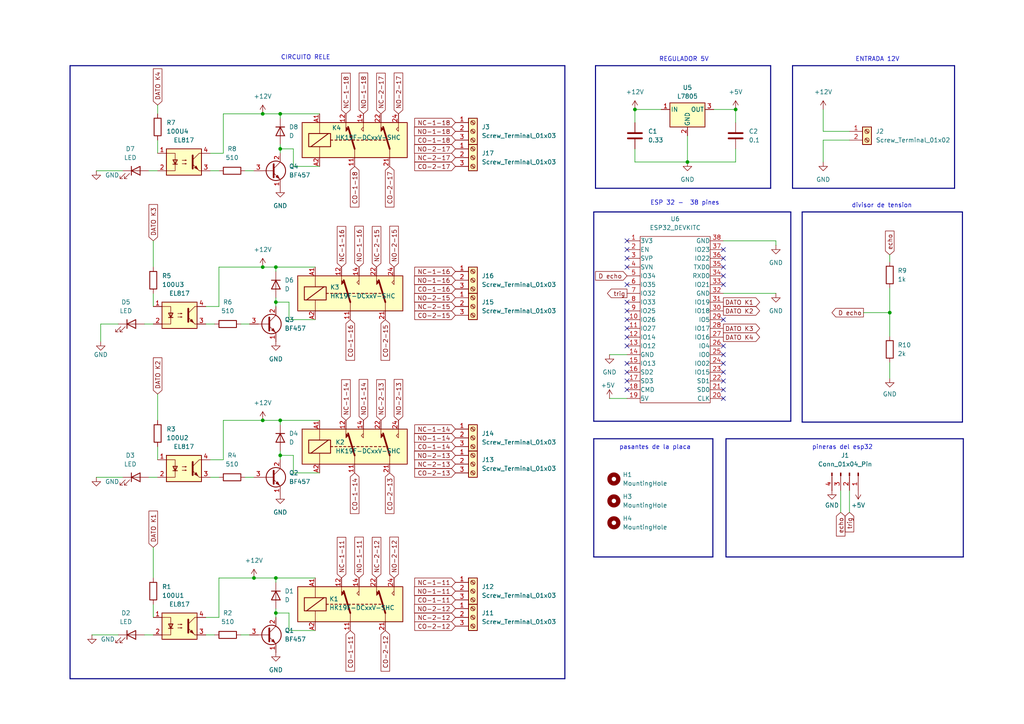
<source format=kicad_sch>
(kicad_sch (version 20250114) (generator "eeschema") (generator_version "9.0")
  (paper "A4")
  (lib_symbols
    (symbol "Connector:Conn_01x04_Pin" (pin_names (offset 1.016) (hide yes))
      (property "Reference" "J" (at 0 5.08 0))
      (property "Value" "Conn_01x04_Pin" (at 0 -7.62 0))
      (symbol "Conn_01x04_Pin_1_1"
        (pin passive line (at 5.08 2.54 180) (length 3.81) (name "Pin_1") (number "1"))
        (pin passive line (at 5.08 0 180) (length 3.81) (name "Pin_2") (number "2"))
        (pin passive line (at 5.08 -2.54 180) (length 3.81) (name "Pin_3") (number "3"))
        (pin passive line (at 5.08 -5.08 180) (length 3.81) (name "Pin_4") (number "4"))
      )
    )
    (symbol "Connector:Screw_Terminal_01x02" (pin_names (offset 1.016) (hide yes))
      (property "Reference" "J" (at 0 2.54 0))
      (property "Value" "Screw_Terminal_01x02" (at 0 -5.08 0))
      (symbol "Screw_Terminal_01x02_1_1"
        (pin passive line (at -5.08 0 0) (length 3.81) (name "Pin_1") (number "1"))
        (pin passive line (at -5.08 -2.54 0) (length 3.81) (name "Pin_2") (number "2"))
      )
    )
    (symbol "Connector:Screw_Terminal_01x03" (pin_names (offset 1.016) (hide yes))
      (property "Reference" "J" (at 0 5.08 0))
      (property "Value" "Screw_Terminal_01x03" (at 0 -5.08 0))
      (symbol "Screw_Terminal_01x03_1_1"
        (pin passive line (at -5.08 2.54 0) (length 3.81) (name "Pin_1") (number "1"))
        (pin passive line (at -5.08 0 0) (length 3.81) (name "Pin_2") (number "2"))
        (pin passive line (at -5.08 -2.54 0) (length 3.81) (name "Pin_3") (number "3"))
      )
    )
    (symbol "Device:C" (pin_numbers (hide yes)) (pin_names (offset 0.254))
      (property "Reference" "C" (at 0.635 2.54 0))
      (property "Value" "C" (at 0.635 -2.54 0))
      (symbol "C_1_1"
        (pin passive line (at 0 3.81 270) (length 2.794) (name "~") (number "1"))
        (pin passive line (at 0 -3.81 90) (length 2.794) (name "~") (number "2"))
      )
    )
    (symbol "Device:D" (pin_numbers (hide yes)) (pin_names (offset 1.016) (hide yes))
      (property "Reference" "D" (at 0 2.54 0))
      (property "Value" "D" (at 0 -2.54 0))
      (symbol "D_1_1"
        (pin passive line (at -3.81 0 0) (length 2.54) (name "K") (number "1"))
        (pin passive line (at 3.81 0 180) (length 2.54) (name "A") (number "2"))
      )
    )
    (symbol "Device:LED" (pin_numbers (hide yes)) (pin_names (offset 1.016) (hide yes))
      (property "Reference" "D" (at 0 2.54 0))
      (property "Value" "LED" (at 0 -2.54 0))
      (symbol "LED_1_1"
        (pin passive line (at -3.81 0 0) (length 2.54) (name "K") (number "1"))
        (pin passive line (at 3.81 0 180) (length 2.54) (name "A") (number "2"))
      )
    )
    (symbol "Device:R" (pin_numbers (hide yes)) (pin_names (offset 0))
      (property "Reference" "R" (at 2.032 0 90))
      (property "Value" "R" (at 0 0 90))
      (symbol "R_1_1"
        (pin passive line (at 0 3.81 270) (length 1.27) (name "~") (number "1"))
        (pin passive line (at 0 -3.81 90) (length 1.27) (name "~") (number "2"))
      )
    )
    (symbol "EESTN5:ESP32_DEVKITC" (pin_names (offset 0.0254))
      (property "Reference" "U" (at 0 25.4 0))
      (property "Value" "ESP32_DEVKITC" (at 0 -25.4 0))
      (symbol "ESP32_DEVKITC_1_1"
        (pin passive line (at -13.97 22.86 0) (length 3.81) (name "3V3") (number "1"))
        (pin passive line (at -13.97 20.32 0) (length 3.81) (name "EN") (number "2"))
        (pin passive line (at -13.97 17.78 0) (length 3.81) (name "SVP") (number "3"))
        (pin passive line (at -13.97 15.24 0) (length 3.81) (name "SVN") (number "4"))
        (pin passive line (at -13.97 12.7 0) (length 3.81) (name "IO34") (number "5"))
        (pin passive line (at -13.97 10.16 0) (length 3.81) (name "IO35") (number "6"))
        (pin passive line (at -13.97 7.62 0) (length 3.81) (name "IO32") (number "7"))
        (pin passive line (at -13.97 5.08 0) (length 3.81) (name "IO33") (number "8"))
        (pin passive line (at -13.97 2.54 0) (length 3.81) (name "IO25") (number "9"))
        (pin passive line (at -13.97 0 0) (length 3.81) (name "IO26") (number "10"))
        (pin passive line (at -13.97 -2.54 0) (length 3.81) (name "IO27") (number "11"))
        (pin passive line (at -13.97 -5.08 0) (length 3.81) (name "IO14") (number "12"))
        (pin passive line (at -13.97 -7.62 0) (length 3.81) (name "IO12") (number "13"))
        (pin passive line (at -13.97 -10.16 0) (length 3.81) (name "GND") (number "14"))
        (pin passive line (at -13.97 -12.7 0) (length 3.81) (name "IO13") (number "15"))
        (pin passive line (at -13.97 -15.24 0) (length 3.81) (name "SD2") (number "16"))
        (pin passive line (at -13.97 -17.78 0) (length 3.81) (name "SD3") (number "17"))
        (pin passive line (at -13.97 -20.32 0) (length 3.81) (name "CMD") (number "18"))
        (pin passive line (at -13.97 -22.86 0) (length 3.81) (name "5V") (number "19"))
        (pin passive line (at 13.97 22.86 180) (length 3.81) (name "GND") (number "38"))
        (pin passive line (at 13.97 20.32 180) (length 3.81) (name "IO23") (number "37"))
        (pin passive line (at 13.97 17.78 180) (length 3.81) (name "IO22") (number "36"))
        (pin passive line (at 13.97 15.24 180) (length 3.81) (name "TXD0") (number "35"))
        (pin passive line (at 13.97 12.7 180) (length 3.81) (name "RXD0") (number "34"))
        (pin passive line (at 13.97 10.16 180) (length 3.81) (name "IO21") (number "33"))
        (pin passive line (at 13.97 7.62 180) (length 3.81) (name "GND") (number "32"))
        (pin passive line (at 13.97 5.08 180) (length 3.81) (name "IO19") (number "31"))
        (pin passive line (at 13.97 2.54 180) (length 3.81) (name "IO18") (number "30"))
        (pin passive line (at 13.97 0 180) (length 3.81) (name "IO5") (number "29"))
        (pin passive line (at 13.97 -2.54 180) (length 3.81) (name "IO17") (number "28"))
        (pin passive line (at 13.97 -5.08 180) (length 3.81) (name "IO16") (number "27"))
        (pin passive line (at 13.97 -7.62 180) (length 3.81) (name "IO4") (number "26"))
        (pin passive line (at 13.97 -10.16 180) (length 3.81) (name "IO0") (number "25"))
        (pin passive line (at 13.97 -12.7 180) (length 3.81) (name "IO02") (number "24"))
        (pin passive line (at 13.97 -15.24 180) (length 3.81) (name "IO15") (number "23"))
        (pin passive line (at 13.97 -17.78 180) (length 3.81) (name "SD1") (number "22"))
        (pin passive line (at 13.97 -20.32 180) (length 3.81) (name "SD0") (number "21"))
        (pin passive line (at 13.97 -22.86 180) (length 3.81) (name "CLK") (number "20"))
      )
    )
    (symbol "Isolator:EL817" (pin_names (offset 1.016))
      (property "Reference" "U" (at -5.08 5.08 0))
      (property "Value" "EL817" (at 0 5.08 0))
      (symbol "EL817_1_1"
        (pin passive line (at -7.62 2.54 0) (length 2.54) (name "~") (number "1"))
        (pin passive line (at -7.62 -2.54 0) (length 2.54) (name "~") (number "2"))
        (pin passive line (at 7.62 2.54 180) (length 2.54) (name "~") (number "4"))
        (pin passive line (at 7.62 -2.54 180) (length 2.54) (name "~") (number "3"))
      )
    )
    (symbol "Mechanical:MountingHole" (pin_names (offset 1.016)) (in_bom no)
      (property "Reference" "H" (at 0 5.08 0))
      (property "Value" "MountingHole" (at 0 3.175 0))
    )
    (symbol "Regulator_Linear:L7805" (pin_names (offset 0.254))
      (property "Reference" "U" (at -3.81 3.175 0))
      (property "Value" "L7805" (at 0 3.175 0))
      (symbol "L7805_1_1"
        (pin power_in line (at -7.62 0 0) (length 2.54) (name "IN") (number "1"))
        (pin power_in line (at 0 -7.62 90) (length 2.54) (name "GND") (number "2"))
        (pin power_out line (at 7.62 0 180) (length 2.54) (name "OUT") (number "3"))
      )
    )
    (symbol "Relay:HK19F-DCxxV-SHC"
      (property "Reference" "K" (at 16.51 3.81 0))
      (property "Value" "HK19F-DCxxV-SHC" (at 16.51 1.27 0))
      (symbol "HK19F-DCxxV-SHC_1_1"
        (pin passive line (at -10.16 7.62 270) (length 2.54) (name "~") (number "A1"))
        (pin passive line (at -10.16 -7.62 90) (length 2.54) (name "~") (number "A2"))
        (pin passive line (at -2.54 7.62 270) (length 2.54) (name "~") (number "12"))
        (pin passive line (at 0 -7.62 90) (length 2.54) (name "~") (number "11"))
        (pin passive line (at 2.54 7.62 270) (length 2.54) (name "~") (number "14"))
        (pin passive line (at 7.62 7.62 270) (length 2.54) (name "~") (number "22"))
        (pin passive line (at 10.16 -7.62 90) (length 2.54) (name "~") (number "21"))
        (pin passive line (at 12.7 7.62 270) (length 2.54) (name "~") (number "24"))
      )
    )
    (symbol "Transistor_BJT:BF457" (pin_names (offset 0) (hide yes))
      (property "Reference" "Q" (at 5.08 1.905 0))
      (property "Value" "BF457" (at 5.08 0 0))
      (symbol "BF457_1_1"
        (pin input line (at -5.08 0 0) (length 2.54) (name "B") (number "3"))
        (pin passive line (at 2.54 5.08 270) (length 2.54) (name "C") (number "2"))
        (pin passive line (at 2.54 -5.08 90) (length 2.54) (name "E") (number "1"))
      )
    )
    (symbol "power:+12C" (power) (pin_numbers (hide yes)) (pin_names (offset 0) (hide yes))
      (property "Value" "+12C" (at 0 3.556 0))
      (symbol "+12C_1_1"
        (pin power_in line (at 0 0 90) (length 0) (name "~") (number "1"))
      )
    )
    (symbol "power:+12V" (power) (pin_numbers (hide yes)) (pin_names (offset 0) (hide yes))
      (property "Value" "+12V" (at 0 3.556 0))
      (symbol "+12V_1_1"
        (pin power_in line (at 0 0 90) (length 0) (name "~") (number "1"))
      )
    )
    (symbol "power:+5V" (power) (pin_numbers (hide yes)) (pin_names (offset 0) (hide yes))
      (property "Value" "+5V" (at 0 3.556 0))
      (symbol "+5V_1_1"
        (pin power_in line (at 0 0 90) (length 0) (name "~") (number "1"))
      )
    )
    (symbol "power:GND" (power) (pin_numbers (hide yes)) (pin_names (offset 0) (hide yes))
      (property "Value" "GND" (at 0 -3.81 0))
      (symbol "GND_1_1"
        (pin power_in line (at 0 0 270) (length 0) (name "~") (number "1"))
      )
    )
  )
  (text "ESP 32 -  38 pines\n" (at 198.628 58.928 0) (effects (font (size 1.27 1.27))))
  (text "ENTRADA 12V\n" (at 254.508 17.272 0) (effects (font (size 1.27 1.27))))
  (text "pasantes de la placa\n" (at 189.992 129.794 0) (effects (font (size 1.27 1.27))))
  (text "CIRCUITO RELE" (at 88.646 16.764 0) (effects (font (size 1.27 1.27))))
  (text "REGULADOR 5V\n" (at 198.374 17.272 0) (effects (font (size 1.27 1.27))))
  (text "divisor de tension\n" (at 255.778 59.69 0) (effects (font (size 1.27 1.27))))
  (text "pineras del esp32\n" (at 244.348 129.794 0) (effects (font (size 1.27 1.27))))
  (junction (at 81.28 33.02))
  (junction (at 184.15 31.75))
  (junction (at 81.28 132.08))
  (junction (at 80.01 87.63))
  (junction (at 199.39 46.99))
  (junction (at 81.28 43.18))
  (junction (at 76.2 77.47))
  (junction (at 76.2 121.92))
  (junction (at 258.064 90.678))
  (junction (at 76.2 33.02))
  (junction (at 80.01 177.8))
  (junction (at 73.66 167.64))
  (junction (at 80.01 77.47))
  (junction (at 80.01 167.64))
  (junction (at 81.28 121.92))
  (junction (at 213.36 31.75))
  (no_connect (at 181.864 95.25))
  (no_connect (at 209.804 105.41))
  (no_connect (at 181.864 82.55))
  (no_connect (at 181.864 97.79))
  (no_connect (at 181.864 105.41))
  (no_connect (at 209.804 107.95))
  (no_connect (at 181.864 74.93))
  (no_connect (at 209.804 113.03))
  (no_connect (at 209.804 115.57))
  (no_connect (at 181.864 113.03))
  (no_connect (at 181.864 69.85))
  (no_connect (at 181.864 107.95))
  (no_connect (at 209.804 72.39))
  (no_connect (at 181.864 100.33))
  (no_connect (at 181.864 110.49))
  (no_connect (at 209.804 100.33))
  (no_connect (at 181.864 77.47))
  (no_connect (at 209.804 82.55))
  (no_connect (at 209.804 110.49))
  (no_connect (at 209.804 74.93))
  (no_connect (at 181.864 92.71))
  (no_connect (at 209.804 80.01))
  (no_connect (at 209.804 102.87))
  (no_connect (at 209.804 92.71))
  (no_connect (at 181.864 87.63))
  (no_connect (at 181.864 90.17))
  (no_connect (at 209.804 77.47))
  (no_connect (at 181.864 72.39))
  (wire (pts (xy 45.72 40.64) (xy 45.72 44.45)))
  (wire (pts (xy 91.44 92.71) (xy 83.82 92.71)))
  (wire (pts (xy 60.96 138.43) (xy 63.5 138.43)))
  (bus (pts (xy 223.52 54.61) (xy 172.72 54.61)))
  (wire (pts (xy 80.01 77.47) (xy 80.01 78.74)))
  (wire (pts (xy 81.28 33.02) (xy 81.28 34.29)))
  (bus (pts (xy 232.664 61.468) (xy 279.146 61.468)))
  (wire (pts (xy 60.96 49.53) (xy 63.5 49.53)))
  (bus (pts (xy 172.212 161.544) (xy 206.756 161.544)))
  (wire (pts (xy 81.28 130.81) (xy 81.28 132.08)))
  (wire (pts (xy 60.96 44.45) (xy 64.77 44.45)))
  (wire (pts (xy 29.21 93.98) (xy 34.29 93.98)))
  (wire (pts (xy 63.5 167.64) (xy 63.5 179.07)))
  (wire (pts (xy 27.94 138.43) (xy 35.56 138.43)))
  (wire (pts (xy 81.28 33.02) (xy 92.71 33.02)))
  (wire (pts (xy 41.91 184.15) (xy 44.45 184.15)))
  (wire (pts (xy 69.85 93.98) (xy 72.39 93.98)))
  (wire (pts (xy 59.69 184.15) (xy 62.23 184.15)))
  (bus (pts (xy 229.362 61.468) (xy 229.362 122.174)))
  (wire (pts (xy 184.15 46.99) (xy 199.39 46.99)))
  (wire (pts (xy 246.38 40.64) (xy 238.76 40.64)))
  (wire (pts (xy 63.5 167.64) (xy 73.66 167.64)))
  (wire (pts (xy 209.804 85.09) (xy 225.044 85.09)))
  (bus (pts (xy 279.4 161.544) (xy 279.4 127.254)))
  (wire (pts (xy 59.69 93.98) (xy 62.23 93.98)))
  (wire (pts (xy 81.28 132.08) (xy 85.09 132.08)))
  (bus (pts (xy 20.32 19.05) (xy 163.83 19.05)))
  (wire (pts (xy 80.01 177.8) (xy 83.82 177.8)))
  (wire (pts (xy 64.77 33.02) (xy 76.2 33.02)))
  (bus (pts (xy 172.212 127.254) (xy 172.212 161.544)))
  (wire (pts (xy 83.82 92.71) (xy 83.82 87.63)))
  (wire (pts (xy 258.064 90.678) (xy 258.064 97.536)))
  (wire (pts (xy 238.76 31.75) (xy 238.76 38.1)))
  (bus (pts (xy 232.664 61.468) (xy 232.664 122.428)))
  (wire (pts (xy 76.2 77.47) (xy 80.01 77.47)))
  (wire (pts (xy 73.66 167.64) (xy 80.01 167.64)))
  (wire (pts (xy 250.444 90.678) (xy 258.064 90.678)))
  (wire (pts (xy 184.15 31.75) (xy 184.15 35.56)))
  (wire (pts (xy 80.01 176.53) (xy 80.01 177.8)))
  (wire (pts (xy 71.12 49.53) (xy 73.66 49.53)))
  (wire (pts (xy 258.064 73.914) (xy 258.064 75.946)))
  (bus (pts (xy 229.87 54.61) (xy 276.86 54.61)))
  (wire (pts (xy 59.69 179.07) (xy 63.5 179.07)))
  (wire (pts (xy 44.45 175.26) (xy 44.45 179.07)))
  (wire (pts (xy 243.84 142.24) (xy 243.84 148.59)))
  (wire (pts (xy 29.21 99.06) (xy 29.21 93.98)))
  (bus (pts (xy 229.87 19.05) (xy 276.86 19.05)))
  (wire (pts (xy 213.36 46.99) (xy 213.36 43.18)))
  (wire (pts (xy 258.064 83.566) (xy 258.064 90.678)))
  (wire (pts (xy 43.18 49.53) (xy 45.72 49.53)))
  (wire (pts (xy 69.85 184.15) (xy 72.39 184.15)))
  (wire (pts (xy 238.76 40.64) (xy 238.76 46.99)))
  (wire (pts (xy 258.064 105.156) (xy 258.064 109.728)))
  (wire (pts (xy 81.28 132.08) (xy 81.28 133.35)))
  (wire (pts (xy 80.01 86.36) (xy 80.01 87.63)))
  (wire (pts (xy 207.01 31.75) (xy 213.36 31.75)))
  (wire (pts (xy 44.45 85.09) (xy 44.45 88.9)))
  (wire (pts (xy 80.01 87.63) (xy 80.01 88.9)))
  (bus (pts (xy 172.72 19.05) (xy 223.52 19.05)))
  (wire (pts (xy 81.28 121.92) (xy 92.71 121.92)))
  (wire (pts (xy 45.72 129.54) (xy 45.72 133.35)))
  (wire (pts (xy 191.77 31.75) (xy 184.15 31.75)))
  (wire (pts (xy 45.72 114.3) (xy 45.72 121.92)))
  (wire (pts (xy 80.01 87.63) (xy 83.82 87.63)))
  (wire (pts (xy 41.91 93.98) (xy 44.45 93.98)))
  (wire (pts (xy 80.01 177.8) (xy 80.01 179.07)))
  (bus (pts (xy 210.566 127.254) (xy 279.4 127.254)))
  (wire (pts (xy 45.72 30.48) (xy 45.72 33.02)))
  (wire (pts (xy 81.28 43.18) (xy 85.09 43.18)))
  (wire (pts (xy 176.784 102.87) (xy 181.864 102.87)))
  (wire (pts (xy 44.45 69.85) (xy 44.45 77.47)))
  (bus (pts (xy 172.212 61.468) (xy 172.212 122.174)))
  (wire (pts (xy 92.71 48.26) (xy 85.09 48.26)))
  (wire (pts (xy 184.15 43.18) (xy 184.15 46.99)))
  (wire (pts (xy 85.09 137.16) (xy 85.09 132.08)))
  (wire (pts (xy 80.01 167.64) (xy 80.01 168.91)))
  (wire (pts (xy 64.77 121.92) (xy 64.77 133.35)))
  (wire (pts (xy 59.69 88.9) (xy 63.5 88.9)))
  (wire (pts (xy 81.28 121.92) (xy 81.28 123.19)))
  (bus (pts (xy 172.212 61.468) (xy 229.362 61.468)))
  (wire (pts (xy 64.77 33.02) (xy 64.77 44.45)))
  (wire (pts (xy 63.5 77.47) (xy 76.2 77.47)))
  (wire (pts (xy 27.94 49.53) (xy 35.56 49.53)))
  (wire (pts (xy 199.39 46.99) (xy 213.36 46.99)))
  (wire (pts (xy 238.76 38.1) (xy 246.38 38.1)))
  (bus (pts (xy 172.72 19.05) (xy 172.72 54.61)))
  (bus (pts (xy 163.83 196.85) (xy 163.83 19.05)))
  (bus (pts (xy 210.566 161.544) (xy 279.4 161.544)))
  (bus (pts (xy 206.756 161.544) (xy 206.756 127.254)))
  (wire (pts (xy 63.5 77.47) (xy 63.5 88.9)))
  (wire (pts (xy 80.01 167.64) (xy 91.44 167.64)))
  (wire (pts (xy 76.2 121.92) (xy 81.28 121.92)))
  (wire (pts (xy 246.38 142.24) (xy 246.38 148.59)))
  (bus (pts (xy 210.566 127.254) (xy 210.566 161.544)))
  (bus (pts (xy 276.86 19.05) (xy 276.86 54.61)))
  (wire (pts (xy 81.28 41.91) (xy 81.28 43.18)))
  (wire (pts (xy 92.71 137.16) (xy 85.09 137.16)))
  (wire (pts (xy 64.77 121.92) (xy 76.2 121.92)))
  (wire (pts (xy 43.18 138.43) (xy 45.72 138.43)))
  (bus (pts (xy 229.362 122.174) (xy 172.212 122.174)))
  (wire (pts (xy 26.67 184.15) (xy 34.29 184.15)))
  (wire (pts (xy 76.2 33.02) (xy 81.28 33.02)))
  (wire (pts (xy 199.39 39.37) (xy 199.39 46.99)))
  (wire (pts (xy 176.784 115.57) (xy 181.864 115.57)))
  (wire (pts (xy 91.44 182.88) (xy 83.82 182.88)))
  (wire (pts (xy 81.28 43.18) (xy 81.28 44.45)))
  (wire (pts (xy 85.09 48.26) (xy 85.09 43.18)))
  (wire (pts (xy 225.044 69.85) (xy 225.044 71.12)))
  (bus (pts (xy 229.87 54.61) (xy 229.87 19.05)))
  (wire (pts (xy 213.36 31.75) (xy 213.36 35.56)))
  (bus (pts (xy 20.32 196.85) (xy 163.83 196.85)))
  (bus (pts (xy 172.212 127.254) (xy 206.756 127.254)))
  (bus (pts (xy 279.146 122.428) (xy 279.146 61.468)))
  (bus (pts (xy 232.664 122.428) (xy 279.146 122.428)))
  (wire (pts (xy 209.804 69.85) (xy 225.044 69.85)))
  (wire (pts (xy 80.01 77.47) (xy 91.44 77.47)))
  (wire (pts (xy 71.12 138.43) (xy 73.66 138.43)))
  (bus (pts (xy 223.52 19.05) (xy 223.52 54.61)))
  (bus (pts (xy 20.32 19.05) (xy 20.32 196.85)))
  (wire (pts (xy 83.82 182.88) (xy 83.82 177.8)))
  (wire (pts (xy 60.96 133.35) (xy 64.77 133.35)))
  (wire (pts (xy 44.45 158.75) (xy 44.45 167.64)))
  (global_label "NC-1-18" (shape input) (at 100.33 33.02 90) (property "Intersheetrefs" "${INTERSHEET_REFS}" (effects (hide yes))))
  (global_label "NC-2-15" (shape input) (at 132.08 88.9 180) (property "Intersheetrefs" "${INTERSHEET_REFS}" (effects (hide yes))))
  (global_label "NO-2-15" (shape input) (at 114.3 77.47 90) (property "Intersheetrefs" "${INTERSHEET_REFS}" (effects (hide yes))))
  (global_label "NO-2-13" (shape input) (at 115.57 121.92 90) (property "Intersheetrefs" "${INTERSHEET_REFS}" (effects (hide yes))))
  (global_label "NO-2-13" (shape input) (at 132.08 132.08 180) (property "Intersheetrefs" "${INTERSHEET_REFS}" (effects (hide yes))))
  (global_label "CO-1-11" (shape input) (at 132.08 173.99 180) (property "Intersheetrefs" "${INTERSHEET_REFS}" (effects (hide yes))))
  (global_label "NC-2-12" (shape input) (at 132.08 179.07 180) (property "Intersheetrefs" "${INTERSHEET_REFS}" (effects (hide yes))))
  (global_label "NO-1-18" (shape input) (at 105.41 33.02 90) (property "Intersheetrefs" "${INTERSHEET_REFS}" (effects (hide yes))))
  (global_label "NO-2-17" (shape input) (at 132.08 43.18 180) (property "Intersheetrefs" "${INTERSHEET_REFS}" (effects (hide yes))))
  (global_label "NC-2-13" (shape input) (at 132.08 134.62 180) (property "Intersheetrefs" "${INTERSHEET_REFS}" (effects (hide yes))))
  (global_label "CO-2-12" (shape input) (at 132.08 181.61 180) (property "Intersheetrefs" "${INTERSHEET_REFS}" (effects (hide yes))))
  (global_label "NC-2-13" (shape input) (at 110.49 121.92 90) (property "Intersheetrefs" "${INTERSHEET_REFS}" (effects (hide yes))))
  (global_label "NO-1-16" (shape input) (at 104.14 77.47 90) (property "Intersheetrefs" "${INTERSHEET_REFS}" (effects (hide yes))))
  (global_label "DATO K4" (shape input) (at 45.72 30.48 90) (property "Intersheetrefs" "${INTERSHEET_REFS}" (effects (hide yes))))
  (global_label "CO-2-12" (shape input) (at 111.76 182.88 270) (property "Intersheetrefs" "${INTERSHEET_REFS}" (effects (hide yes))))
  (global_label "CO-2-15" (shape input) (at 111.76 92.71 270) (property "Intersheetrefs" "${INTERSHEET_REFS}" (effects (hide yes))))
  (global_label "NO-2-12" (shape input) (at 114.3 167.64 90) (property "Intersheetrefs" "${INTERSHEET_REFS}" (effects (hide yes))))
  (global_label "NO-1-11" (shape input) (at 132.08 171.45 180) (property "Intersheetrefs" "${INTERSHEET_REFS}" (effects (hide yes))))
  (global_label "CO-2-15" (shape input) (at 132.08 91.44 180) (property "Intersheetrefs" "${INTERSHEET_REFS}" (effects (hide yes))))
  (global_label "echo" (shape input) (at 243.84 148.59 270) (property "Intersheetrefs" "${INTERSHEET_REFS}" (effects (hide yes))))
  (global_label "NC-1-11" (shape input) (at 132.08 168.91 180) (property "Intersheetrefs" "${INTERSHEET_REFS}" (effects (hide yes))))
  (global_label "NC-2-17" (shape input) (at 132.08 45.72 180) (property "Intersheetrefs" "${INTERSHEET_REFS}" (effects (hide yes))))
  (global_label "D echo" (shape output) (at 250.444 90.678 180) (property "Intersheetrefs" "${INTERSHEET_REFS}" (effects (hide yes))))
  (global_label "NO-1-16" (shape input) (at 132.08 81.28 180) (property "Intersheetrefs" "${INTERSHEET_REFS}" (effects (hide yes))))
  (global_label "CO-2-17" (shape input) (at 132.08 48.26 180) (property "Intersheetrefs" "${INTERSHEET_REFS}" (effects (hide yes))))
  (global_label "DATO K1" (shape input) (at 44.45 158.75 90) (property "Intersheetrefs" "${INTERSHEET_REFS}" (effects (hide yes))))
  (global_label "NC-1-16" (shape input) (at 99.06 77.47 90) (property "Intersheetrefs" "${INTERSHEET_REFS}" (effects (hide yes))))
  (global_label "CO-2-13" (shape input) (at 113.03 137.16 270) (property "Intersheetrefs" "${INTERSHEET_REFS}" (effects (hide yes))))
  (global_label "echo" (shape input) (at 258.064 73.914 90) (property "Intersheetrefs" "${INTERSHEET_REFS}" (effects (hide yes))))
  (global_label "NO-2-15" (shape input) (at 132.08 86.36 180) (property "Intersheetrefs" "${INTERSHEET_REFS}" (effects (hide yes))))
  (global_label "NC-1-18" (shape input) (at 132.08 35.56 180) (property "Intersheetrefs" "${INTERSHEET_REFS}" (effects (hide yes))))
  (global_label "CO-1-16" (shape input) (at 132.08 83.82 180) (property "Intersheetrefs" "${INTERSHEET_REFS}" (effects (hide yes))))
  (global_label "NC-1-11" (shape input) (at 99.06 167.64 90) (property "Intersheetrefs" "${INTERSHEET_REFS}" (effects (hide yes))))
  (global_label "NC-2-17" (shape input) (at 110.49 33.02 90) (property "Intersheetrefs" "${INTERSHEET_REFS}" (effects (hide yes))))
  (global_label "CO-1-18" (shape input) (at 132.08 40.64 180) (property "Intersheetrefs" "${INTERSHEET_REFS}" (effects (hide yes))))
  (global_label "CO-1-18" (shape input) (at 102.87 48.26 270) (property "Intersheetrefs" "${INTERSHEET_REFS}" (effects (hide yes))))
  (global_label "D echo" (shape input) (at 181.864 80.01 180) (property "Intersheetrefs" "${INTERSHEET_REFS}" (effects (hide yes))))
  (global_label "NO-1-14" (shape input) (at 132.08 127 180) (property "Intersheetrefs" "${INTERSHEET_REFS}" (effects (hide yes))))
  (global_label "NC-1-16" (shape input) (at 132.08 78.74 180) (property "Intersheetrefs" "${INTERSHEET_REFS}" (effects (hide yes))))
  (global_label "CO-1-14" (shape input) (at 102.87 137.16 270) (property "Intersheetrefs" "${INTERSHEET_REFS}" (effects (hide yes))))
  (global_label "NO-2-17" (shape input) (at 115.57 33.02 90) (property "Intersheetrefs" "${INTERSHEET_REFS}" (effects (hide yes))))
  (global_label "NO-1-11" (shape input) (at 104.14 167.64 90) (property "Intersheetrefs" "${INTERSHEET_REFS}" (effects (hide yes))))
  (global_label "NC-1-14" (shape input) (at 132.08 124.46 180) (property "Intersheetrefs" "${INTERSHEET_REFS}" (effects (hide yes))))
  (global_label "trig" (shape output) (at 181.864 85.09 180) (property "Intersheetrefs" "${INTERSHEET_REFS}" (effects (hide yes))))
  (global_label "NC-2-12" (shape input) (at 109.22 167.64 90) (property "Intersheetrefs" "${INTERSHEET_REFS}" (effects (hide yes))))
  (global_label "DATO K4" (shape output) (at 209.804 97.79 0) (property "Intersheetrefs" "${INTERSHEET_REFS}" (effects (hide yes))))
  (global_label "DATO K2" (shape output) (at 209.804 90.17 0) (property "Intersheetrefs" "${INTERSHEET_REFS}" (effects (hide yes))))
  (global_label "DATO K1" (shape output) (at 209.804 87.63 0) (property "Intersheetrefs" "${INTERSHEET_REFS}" (effects (hide yes))))
  (global_label "NC-1-14" (shape input) (at 100.33 121.92 90) (property "Intersheetrefs" "${INTERSHEET_REFS}" (effects (hide yes))))
  (global_label "trig" (shape input) (at 246.38 148.59 270) (property "Intersheetrefs" "${INTERSHEET_REFS}" (effects (hide yes))))
  (global_label "CO-2-13" (shape input) (at 132.08 137.16 180) (property "Intersheetrefs" "${INTERSHEET_REFS}" (effects (hide yes))))
  (global_label "CO-1-11" (shape input) (at 101.6 182.88 270) (property "Intersheetrefs" "${INTERSHEET_REFS}" (effects (hide yes))))
  (global_label "DATO K3" (shape input) (at 44.45 69.85 90) (property "Intersheetrefs" "${INTERSHEET_REFS}" (effects (hide yes))))
  (global_label "CO-2-17" (shape input) (at 113.03 48.26 270) (property "Intersheetrefs" "${INTERSHEET_REFS}" (effects (hide yes))))
  (global_label "NO-1-18" (shape input) (at 132.08 38.1 180) (property "Intersheetrefs" "${INTERSHEET_REFS}" (effects (hide yes))))
  (global_label "NO-1-14" (shape input) (at 105.41 121.92 90) (property "Intersheetrefs" "${INTERSHEET_REFS}" (effects (hide yes))))
  (global_label "DATO K2" (shape input) (at 45.72 114.3 90) (property "Intersheetrefs" "${INTERSHEET_REFS}" (effects (hide yes))))
  (global_label "NO-2-12" (shape input) (at 132.08 176.53 180) (property "Intersheetrefs" "${INTERSHEET_REFS}" (effects (hide yes))))
  (global_label "CO-1-16" (shape input) (at 101.6 92.71 270) (property "Intersheetrefs" "${INTERSHEET_REFS}" (effects (hide yes))))
  (global_label "NC-2-15" (shape input) (at 109.22 77.47 90) (property "Intersheetrefs" "${INTERSHEET_REFS}" (effects (hide yes))))
  (global_label "DATO K3" (shape output) (at 209.804 95.25 0) (property "Intersheetrefs" "${INTERSHEET_REFS}" (effects (hide yes))))
  (global_label "CO-1-14" (shape input) (at 132.08 129.54 180) (property "Intersheetrefs" "${INTERSHEET_REFS}" (effects (hide yes))))
  (symbol (lib_id "Mechanical:MountingHole") (at 178.054 145.288 0) (unit 1) (in_bom no)
    (property "Reference" "H3" (at 180.594 144.0179 0) (effects (justify left)))
    (property "Value" "MountingHole" (at 180.594 146.5579 0) (effects (justify left)))
    (property "Footprint" "MountingHole:MountingHole_2.1mm" (effects (hide yes)))
    (property "Description" "Mounting Hole without connection" (effects (hide yes)))
  )
  (symbol (lib_id "power:GND") (at 258.064 109.728 0) (unit 1)
    (property "Reference" "#PWR015" (effects (hide yes)))
    (property "Value" "GND" (at 258.064 114.3 0))
    (property "Description" "Power symbol creates a global label with name \"GND\" , ground" (effects (hide yes)))
  )
  (symbol (lib_id "Transistor_BJT:BF457") (at 77.47 93.98 0) (unit 1)
    (property "Reference" "Q3" (at 82.55 92.7099 0) (effects (justify left)))
    (property "Value" "BF457" (at 82.55 95.2499 0) (effects (justify left)))
    (property "Footprint" "Package_TO_SOT_SMD:SOT-23" (effects (hide yes)))
    (property "Datasheet" "https://www.pcpaudio.com/pcpfiles/transistores/BF457-8-9.pdf" (effects (hide yes)))
    (property "Description" "0.1A Ic, 160V Vce, High Voltage NPN Transistor, TO-126" (effects (hide yes)))
  )
  (symbol (lib_id "Isolator:EL817") (at 52.07 91.44 0) (unit 1)
    (property "Reference" "U3" (at 52.07 82.55 0))
    (property "Value" "EL817" (at 52.07 85.09 0))
    (property "Footprint" "Package_DIP:DIP-4_W7.62mm" (effects (hide yes)))
    (property "Datasheet" "http://www.everlight.com/file/ProductFile/EL817.pdf" (effects (hide yes)))
    (property "Description" "DC Optocoupler, Vce 35V, DIP-4" (effects (hide yes)))
  )
  (symbol (lib_id "power:GND") (at 80.01 99.06 0) (unit 1)
    (property "Reference" "#PWR06" (effects (hide yes)))
    (property "Value" "GND" (at 80.01 104.14 0))
    (property "Description" "Power symbol creates a global label with name \"GND\" , ground" (effects (hide yes)))
  )
  (symbol (lib_id "Device:C") (at 184.15 39.37 0) (unit 1)
    (property "Reference" "C1" (at 187.96 38.0999 0) (effects (justify left)))
    (property "Value" "0.33" (at 187.96 40.6399 0) (effects (justify left)))
    (property "Footprint" "Capacitor_SMD:C_0805_2012Metric" (effects (hide yes)))
    (property "Description" "Unpolarized capacitor" (effects (hide yes)))
  )
  (symbol (lib_id "Device:LED") (at 38.1 184.15 0) (unit 1)
    (property "Reference" "D2" (at 36.5125 177.8 0))
    (property "Value" "LED" (at 36.5125 180.34 0))
    (property "Footprint" "LED_SMD:LED_0805_2012Metric" (effects (hide yes)))
    (property "Description" "Light emitting diode" (effects (hide yes)))
    (property "Sim.Pins" "1=K 2=A" (effects (hide yes)))
  )
  (symbol (lib_id "Connector:Screw_Terminal_01x03") (at 137.16 134.62 0) (unit 1)
    (property "Reference" "J13" (at 139.7 133.3499 0) (effects (justify left)))
    (property "Value" "Screw_Terminal_01x03" (at 139.7 135.8899 0) (effects (justify left)))
    (property "Footprint" "TerminalBlock:TerminalBlock_Xinya_XY308-2.54-3P_1x03_P2.54mm_Horizontal" (effects (hide yes)))
    (property "Description" "Generic screw terminal, single row, 01x03, script generated (kicad-library-utils/schlib/autogen/connector/)" (effects (hide yes)))
  )
  (symbol (lib_id "Connector:Screw_Terminal_01x03") (at 137.16 45.72 0) (unit 1)
    (property "Reference" "J17" (at 139.7 44.4499 0) (effects (justify left)))
    (property "Value" "Screw_Terminal_01x03" (at 139.7 46.9899 0) (effects (justify left)))
    (property "Footprint" "TerminalBlock:TerminalBlock_Xinya_XY308-2.54-3P_1x03_P2.54mm_Horizontal" (effects (hide yes)))
    (property "Description" "Generic screw terminal, single row, 01x03, script generated (kicad-library-utils/schlib/autogen/connector/)" (effects (hide yes)))
  )
  (symbol (lib_id "Mechanical:MountingHole") (at 178.054 151.638 0) (unit 1) (in_bom no)
    (property "Reference" "H4" (at 180.594 150.3679 0) (effects (justify left)))
    (property "Value" "MountingHole" (at 180.594 152.9079 0) (effects (justify left)))
    (property "Footprint" "MountingHole:MountingHole_2.1mm" (effects (hide yes)))
    (property "Description" "Mounting Hole without connection" (effects (hide yes)))
  )
  (symbol (lib_id "Transistor_BJT:BF457") (at 77.47 184.15 0) (unit 1)
    (property "Reference" "Q1" (at 82.55 182.8799 0) (effects (justify left)))
    (property "Value" "BF457" (at 82.55 185.4199 0) (effects (justify left)))
    (property "Footprint" "Package_TO_SOT_SMD:SOT-23" (effects (hide yes)))
    (property "Datasheet" "https://www.pcpaudio.com/pcpfiles/transistores/BF457-8-9.pdf" (effects (hide yes)))
    (property "Description" "0.1A Ic, 160V Vce, High Voltage NPN Transistor, TO-126" (effects (hide yes)))
  )
  (symbol (lib_id "Regulator_Linear:L7805") (at 199.39 31.75 0) (unit 1)
    (property "Reference" "U5" (at 199.39 25.4 0))
    (property "Value" "L7805" (at 199.39 27.94 0))
    (property "Footprint" "MacroLib:TO-220-3_Vertical" (effects (hide yes)))
    (property "Datasheet" "http://www.st.com/content/ccc/resource/technical/document/datasheet/41/4f/b3/b0/12/d4/47/88/CD00000444.pdf/files/CD00000444.pdf/jcr:content/translations/en.CD00000444.pdf" (effects (hide yes)))
    (property "Description" "Positive 1.5A 35V Linear Regulator, Fixed Output 5V, TO-220/TO-263/TO-252" (effects (hide yes)))
  )
  (symbol (lib_id "power:GND") (at 238.76 46.99 0) (unit 1)
    (property "Reference" "#PWR013" (effects (hide yes)))
    (property "Value" "GND" (at 238.76 52.07 0))
    (property "Description" "Power symbol creates a global label with name \"GND\" , ground" (effects (hide yes)))
  )
  (symbol (lib_id "Relay:HK19F-DCxxV-SHC") (at 102.87 129.54 0) (unit 1)
    (property "Reference" "K2" (at 97.282 128.27 0) (effects (justify left)))
    (property "Value" "HK19F-DCxxV-SHC" (at 97.282 130.81 0) (effects (justify left)))
    (property "Footprint" "Relay_THT:Relay_DPDT_Finder_30.22" (effects (hide yes)))
    (property "Datasheet" "https://www.lcsc.com/datasheet/lcsc_datasheet_1810201512_Ningbo-Keke-New-Era-Appliance-HK19F-DC12V-SHG_C42803.pdf" (effects (hide yes)))
    (property "Description" "HuiKe 19F monostable relay, DPDT, 1A" (effects (hide yes)))
  )
  (symbol (lib_id "Relay:HK19F-DCxxV-SHC") (at 101.6 175.26 0) (unit 1)
    (property "Reference" "K1" (at 95.504 173.736 0) (effects (justify left)))
    (property "Value" "HK19F-DCxxV-SHC" (at 95.504 176.276 0) (effects (justify left)))
    (property "Footprint" "Relay_THT:Relay_DPDT_Finder_30.22" (effects (hide yes)))
    (property "Datasheet" "https://www.lcsc.com/datasheet/lcsc_datasheet_1810201512_Ningbo-Keke-New-Era-Appliance-HK19F-DC12V-SHG_C42803.pdf" (effects (hide yes)))
    (property "Description" "HuiKe 19F monostable relay, DPDT, 1A" (effects (hide yes)))
  )
  (symbol (lib_id "Connector:Conn_01x04_Pin") (at 246.38 137.16 270) (unit 1)
    (property "Reference" "J1" (at 245.11 132.08 90))
    (property "Value" "Conn_01x04_Pin" (at 245.11 134.62 90))
    (property "Footprint" "Connector_PinHeader_2.54mm:PinHeader_1x04_P2.54mm_Vertical" (effects (hide yes)))
    (property "Description" "Generic connector, single row, 01x04, script generated" (effects (hide yes)))
  )
  (symbol (lib_id "power:GND") (at 80.01 189.23 0) (unit 1)
    (property "Reference" "#PWR01" (effects (hide yes)))
    (property "Value" "GND" (at 80.01 194.31 0))
    (property "Description" "Power symbol creates a global label with name \"GND\" , ground" (effects (hide yes)))
  )
  (symbol (lib_id "Connector:Screw_Terminal_01x03") (at 137.16 38.1 0) (unit 1)
    (property "Reference" "J3" (at 139.7 36.8299 0) (effects (justify left)))
    (property "Value" "Screw_Terminal_01x03" (at 139.7 39.3699 0) (effects (justify left)))
    (property "Footprint" "TerminalBlock:TerminalBlock_Xinya_XY308-2.54-3P_1x03_P2.54mm_Horizontal" (effects (hide yes)))
    (property "Description" "Generic screw terminal, single row, 01x03, script generated (kicad-library-utils/schlib/autogen/connector/)" (effects (hide yes)))
  )
  (symbol (lib_id "power:GND") (at 225.044 71.12 0) (unit 1)
    (property "Reference" "#PWR023" (effects (hide yes)))
    (property "Value" "GND" (at 225.044 76.2 0))
    (property "Description" "Power symbol creates a global label with name \"GND\" , ground" (effects (hide yes)))
  )
  (symbol (lib_id "Device:R") (at 45.72 125.73 0) (unit 1)
    (property "Reference" "R3" (at 48.26 124.4599 0) (effects (justify left)))
    (property "Value" "100" (at 48.26 126.9999 0) (effects (justify left)))
    (property "Footprint" "Resistor_SMD:R_0805_2012Metric" (effects (hide yes)))
    (property "Description" "Resistor" (effects (hide yes)))
  )
  (symbol (lib_id "Device:LED") (at 39.37 49.53 0) (unit 1)
    (property "Reference" "D7" (at 37.7825 43.18 0))
    (property "Value" "LED" (at 37.7825 45.72 0))
    (property "Footprint" "LED_SMD:LED_0805_2012Metric" (effects (hide yes)))
    (property "Description" "Light emitting diode" (effects (hide yes)))
    (property "Sim.Pins" "1=K 2=A" (effects (hide yes)))
  )
  (symbol (lib_id "Device:LED") (at 38.1 93.98 0) (unit 1)
    (property "Reference" "D5" (at 36.5125 87.63 0))
    (property "Value" "LED" (at 36.5125 90.17 0))
    (property "Footprint" "LED_SMD:LED_0805_2012Metric" (effects (hide yes)))
    (property "Description" "Light emitting diode" (effects (hide yes)))
    (property "Sim.Pins" "1=K 2=A" (effects (hide yes)))
  )
  (symbol (lib_id "power:+12V") (at 76.2 121.92 0) (unit 1)
    (property "Reference" "#PWR019" (effects (hide yes)))
    (property "Value" "+12V" (at 76.2 116.84 0))
    (property "Description" "Power symbol creates a global label with name \"+12V\"" (effects (hide yes)))
  )
  (symbol (lib_id "power:GND") (at 27.94 138.43 0) (unit 1)
    (property "Reference" "#PWR03" (effects (hide yes)))
    (property "Value" "GND" (at 30.48 139.6999 0) (effects (justify left)))
    (property "Description" "Power symbol creates a global label with name \"GND\" , ground" (effects (hide yes)))
  )
  (symbol (lib_id "Device:D") (at 80.01 172.72 270) (unit 1)
    (property "Reference" "D1" (at 82.55 171.4499 90) (effects (justify left)))
    (property "Value" "D" (at 82.55 173.9899 90) (effects (justify left)))
    (property "Footprint" "Diode_SMD:D_0805_2012Metric" (effects (hide yes)))
    (property "Description" "Diode" (effects (hide yes)))
    (property "Sim.Device" "D" (effects (hide yes)))
    (property "Sim.Pins" "1=K 2=A" (effects (hide yes)))
  )
  (symbol (lib_id "power:+5V") (at 176.784 115.57 0) (unit 1)
    (property "Reference" "#PWR025" (effects (hide yes)))
    (property "Value" "+5V" (at 174.244 111.76 0) (effects (justify left)))
    (property "Description" "Power symbol creates a global label with name \"+5V\"" (effects (hide yes)))
  )
  (symbol (lib_id "power:GND") (at 241.3 142.24 0) (unit 1)
    (property "Reference" "#PWR017" (effects (hide yes)))
    (property "Value" "GND" (at 241.3 146.558 0))
    (property "Description" "Power symbol creates a global label with name \"GND\" , ground" (effects (hide yes)))
  )
  (symbol (lib_id "Device:D") (at 81.28 38.1 270) (unit 1)
    (property "Reference" "D8" (at 83.82 36.8299 90) (effects (justify left)))
    (property "Value" "D" (at 83.82 39.3699 90) (effects (justify left)))
    (property "Footprint" "Diode_SMD:D_0805_2012Metric" (effects (hide yes)))
    (property "Description" "Diode" (effects (hide yes)))
    (property "Sim.Device" "D" (effects (hide yes)))
    (property "Sim.Pins" "1=K 2=A" (effects (hide yes)))
  )
  (symbol (lib_id "Relay:HK19F-DCxxV-SHC") (at 102.87 40.64 0) (unit 1)
    (property "Reference" "K4" (at 96.266 37.084 0) (effects (justify left)))
    (property "Value" "HK19F-DCxxV-SHC" (at 97.282 39.878 0) (effects (justify left)))
    (property "Footprint" "Relay_THT:Relay_DPDT_Finder_30.22" (effects (hide yes)))
    (property "Datasheet" "https://www.lcsc.com/datasheet/lcsc_datasheet_1810201512_Ningbo-Keke-New-Era-Appliance-HK19F-DC12V-SHG_C42803.pdf" (effects (hide yes)))
    (property "Description" "HuiKe 19F monostable relay, DPDT, 1A" (effects (hide yes)))
  )
  (symbol (lib_id "Isolator:EL817") (at 53.34 135.89 0) (unit 1)
    (property "Reference" "U2" (at 53.34 127 0))
    (property "Value" "EL817" (at 53.34 129.54 0))
    (property "Footprint" "Package_DIP:DIP-4_W7.62mm" (effects (hide yes)))
    (property "Datasheet" "http://www.everlight.com/file/ProductFile/EL817.pdf" (effects (hide yes)))
    (property "Description" "DC Optocoupler, Vce 35V, DIP-4" (effects (hide yes)))
  )
  (symbol (lib_id "power:GND") (at 199.39 46.99 0) (unit 1)
    (property "Reference" "#PWR09" (effects (hide yes)))
    (property "Value" "GND" (at 199.39 52.07 0))
    (property "Description" "Power symbol creates a global label with name \"GND\" , ground" (effects (hide yes)))
  )
  (symbol (lib_id "Transistor_BJT:BF457") (at 78.74 138.43 0) (unit 1)
    (property "Reference" "Q2" (at 83.82 137.1599 0) (effects (justify left)))
    (property "Value" "BF457" (at 83.82 139.6999 0) (effects (justify left)))
    (property "Footprint" "Package_TO_SOT_SMD:SOT-23" (effects (hide yes)))
    (property "Datasheet" "https://www.pcpaudio.com/pcpfiles/transistores/BF457-8-9.pdf" (effects (hide yes)))
    (property "Description" "0.1A Ic, 160V Vce, High Voltage NPN Transistor, TO-126" (effects (hide yes)))
  )
  (symbol (lib_id "Connector:Screw_Terminal_01x03") (at 137.16 171.45 0) (unit 1)
    (property "Reference" "J12" (at 139.7 170.1799 0) (effects (justify left)))
    (property "Value" "Screw_Terminal_01x03" (at 139.7 172.7199 0) (effects (justify left)))
    (property "Footprint" "TerminalBlock:TerminalBlock_Xinya_XY308-2.54-3P_1x03_P2.54mm_Horizontal" (effects (hide yes)))
    (property "Description" "Generic screw terminal, single row, 01x03, script generated (kicad-library-utils/schlib/autogen/connector/)" (effects (hide yes)))
  )
  (symbol (lib_id "Connector:Screw_Terminal_01x03") (at 137.16 81.28 0) (unit 1)
    (property "Reference" "J16" (at 139.7 80.0099 0) (effects (justify left)))
    (property "Value" "Screw_Terminal_01x03" (at 139.7 82.5499 0) (effects (justify left)))
    (property "Footprint" "TerminalBlock:TerminalBlock_Xinya_XY308-2.54-3P_1x03_P2.54mm_Horizontal" (effects (hide yes)))
    (property "Description" "Generic screw terminal, single row, 01x03, script generated (kicad-library-utils/schlib/autogen/connector/)" (effects (hide yes)))
  )
  (symbol (lib_id "Connector:Screw_Terminal_01x03") (at 137.16 88.9 0) (unit 1)
    (property "Reference" "J15" (at 139.7 87.6299 0) (effects (justify left)))
    (property "Value" "Screw_Terminal_01x03" (at 139.7 90.1699 0) (effects (justify left)))
    (property "Footprint" "TerminalBlock:TerminalBlock_Xinya_XY308-2.54-3P_1x03_P2.54mm_Horizontal" (effects (hide yes)))
    (property "Description" "Generic screw terminal, single row, 01x03, script generated (kicad-library-utils/schlib/autogen/connector/)" (effects (hide yes)))
  )
  (symbol (lib_id "power:GND") (at 225.044 85.09 0) (unit 1)
    (property "Reference" "#PWR022" (effects (hide yes)))
    (property "Value" "GND" (at 225.044 90.17 0))
    (property "Description" "Power symbol creates a global label with name \"GND\" , ground" (effects (hide yes)))
  )
  (symbol (lib_id "Isolator:EL817") (at 53.34 46.99 0) (unit 1)
    (property "Reference" "U4" (at 53.34 38.1 0))
    (property "Value" "EL817" (at 53.34 40.64 0))
    (property "Footprint" "Package_DIP:DIP-4_W7.62mm" (effects (hide yes)))
    (property "Datasheet" "http://www.everlight.com/file/ProductFile/EL817.pdf" (effects (hide yes)))
    (property "Description" "DC Optocoupler, Vce 35V, DIP-4" (effects (hide yes)))
  )
  (symbol (lib_id "Device:R") (at 44.45 81.28 0) (unit 1)
    (property "Reference" "R5" (at 46.99 80.0099 0) (effects (justify left)))
    (property "Value" "100" (at 46.99 82.5499 0) (effects (justify left)))
    (property "Footprint" "Resistor_SMD:R_0805_2012Metric" (effects (hide yes)))
    (property "Description" "Resistor" (effects (hide yes)))
  )
  (symbol (lib_id "power:+12V") (at 76.2 33.02 0) (unit 1)
    (property "Reference" "#PWR021" (effects (hide yes)))
    (property "Value" "+12V" (at 76.2 27.94 0))
    (property "Description" "Power symbol creates a global label with name \"+12V\"" (effects (hide yes)))
  )
  (symbol (lib_id "Isolator:EL817") (at 52.07 181.61 0) (unit 1)
    (property "Reference" "U1" (at 52.07 172.72 0))
    (property "Value" "EL817" (at 52.07 175.26 0))
    (property "Footprint" "Package_DIP:DIP-4_W7.62mm" (effects (hide yes)))
    (property "Datasheet" "http://www.everlight.com/file/ProductFile/EL817.pdf" (effects (hide yes)))
    (property "Description" "DC Optocoupler, Vce 35V, DIP-4" (effects (hide yes)))
  )
  (symbol (lib_id "Mechanical:MountingHole") (at 178.054 138.938 0) (unit 1) (in_bom no)
    (property "Reference" "H1" (at 180.594 137.6679 0) (effects (justify left)))
    (property "Value" "MountingHole" (at 180.594 140.2079 0) (effects (justify left)))
    (property "Footprint" "MountingHole:MountingHole_2.1mm" (effects (hide yes)))
    (property "Description" "Mounting Hole without connection" (effects (hide yes)))
  )
  (symbol (lib_id "Relay:HK19F-DCxxV-SHC") (at 101.6 85.09 0) (unit 1)
    (property "Reference" "K3" (at 95.758 83.312 0) (effects (justify left)))
    (property "Value" "HK19F-DCxxV-SHC" (at 95.758 85.852 0) (effects (justify left)))
    (property "Footprint" "Relay_THT:Relay_DPDT_Finder_30.22" (effects (hide yes)))
    (property "Datasheet" "https://www.lcsc.com/datasheet/lcsc_datasheet_1810201512_Ningbo-Keke-New-Era-Appliance-HK19F-DC12V-SHG_C42803.pdf" (effects (hide yes)))
    (property "Description" "HuiKe 19F monostable relay, DPDT, 1A" (effects (hide yes)))
  )
  (symbol (lib_id "power:+12V") (at 73.66 167.64 0) (unit 1)
    (property "Reference" "#PWR018" (effects (hide yes)))
    (property "Value" "+12V" (at 73.66 162.56 0))
    (property "Description" "Power symbol creates a global label with name \"+12V\"" (effects (hide yes)))
  )
  (symbol (lib_id "Device:R") (at 67.31 138.43 90) (unit 1)
    (property "Reference" "R4" (at 67.31 132.08 90))
    (property "Value" "510" (at 67.31 134.62 90))
    (property "Footprint" "Resistor_SMD:R_0805_2012Metric" (effects (hide yes)))
    (property "Description" "Resistor" (effects (hide yes)))
  )
  (symbol (lib_id "power:GND") (at 27.94 49.53 0) (unit 1)
    (property "Reference" "#PWR07" (effects (hide yes)))
    (property "Value" "GND" (at 30.48 50.7999 0) (effects (justify left)))
    (property "Description" "Power symbol creates a global label with name \"GND\" , ground" (effects (hide yes)))
  )
  (symbol (lib_id "Device:R") (at 258.064 101.346 0) (unit 1)
    (property "Reference" "R10" (at 260.35 100.0759 0) (effects (justify left)))
    (property "Value" "2k" (at 260.35 102.6159 0) (effects (justify left)))
    (property "Footprint" "Resistor_THT:R_Axial_DIN0204_L3.6mm_D1.6mm_P7.62mm_Horizontal" (effects (hide yes)))
    (property "Description" "Resistor" (effects (hide yes)))
  )
  (symbol (lib_id "power:+5V") (at 213.36 31.75 0) (unit 1)
    (property "Reference" "#PWR011" (effects (hide yes)))
    (property "Value" "+5V" (at 213.36 26.67 0))
    (property "Description" "Power symbol creates a global label with name \"+5V\"" (effects (hide yes)))
  )
  (symbol (lib_id "power:GND") (at 26.67 184.15 0) (unit 1)
    (property "Reference" "#PWR02" (effects (hide yes)))
    (property "Value" "GND" (at 29.21 185.4199 0) (effects (justify left)))
    (property "Description" "Power symbol creates a global label with name \"GND\" , ground" (effects (hide yes)))
  )
  (symbol (lib_id "EESTN5:ESP32_DEVKITC") (at 195.834 92.71 0) (unit 1)
    (property "Reference" "U6" (at 195.834 63.5 0))
    (property "Value" "ESP32_DEVKITC" (at 195.834 66.04 0))
    (property "Footprint" "EESTN5:ESP32_DEVKITC" (effects (hide yes)))
    (property "Description" "ESP32-DEVKITC" (effects (hide yes)))
  )
  (symbol (lib_id "power:GND") (at 81.28 143.51 0) (unit 1)
    (property "Reference" "#PWR04" (effects (hide yes)))
    (property "Value" "GND" (at 81.28 148.59 0))
    (property "Description" "Power symbol creates a global label with name \"GND\" , ground" (effects (hide yes)))
  )
  (symbol (lib_id "Device:C") (at 213.36 39.37 0) (unit 1)
    (property "Reference" "C2" (at 217.17 38.0999 0) (effects (justify left)))
    (property "Value" "0.1" (at 217.17 40.6399 0) (effects (justify left)))
    (property "Footprint" "Capacitor_SMD:C_0805_2012Metric" (effects (hide yes)))
    (property "Description" "Unpolarized capacitor" (effects (hide yes)))
  )
  (symbol (lib_id "power:GND") (at 29.21 99.06 0) (unit 1)
    (property "Reference" "#PWR05" (effects (hide yes)))
    (property "Value" "GND" (at 27.178 102.87 0) (effects (justify left)))
    (property "Description" "Power symbol creates a global label with name \"GND\" , ground" (effects (hide yes)))
  )
  (symbol (lib_id "Device:R") (at 66.04 93.98 90) (unit 1)
    (property "Reference" "R6" (at 66.04 87.63 90))
    (property "Value" "510" (at 66.04 90.17 90))
    (property "Footprint" "Resistor_SMD:R_0805_2012Metric" (effects (hide yes)))
    (property "Description" "Resistor" (effects (hide yes)))
  )
  (symbol (lib_id "Device:D") (at 80.01 82.55 270) (unit 1)
    (property "Reference" "D6" (at 82.55 81.2799 90) (effects (justify left)))
    (property "Value" "D" (at 82.55 83.8199 90) (effects (justify left)))
    (property "Footprint" "Diode_SMD:D_0805_2012Metric" (effects (hide yes)))
    (property "Description" "Diode" (effects (hide yes)))
    (property "Sim.Device" "D" (effects (hide yes)))
    (property "Sim.Pins" "1=K 2=A" (effects (hide yes)))
  )
  (symbol (lib_id "Device:R") (at 45.72 36.83 0) (unit 1)
    (property "Reference" "R7" (at 48.26 35.5599 0) (effects (justify left)))
    (property "Value" "100" (at 48.26 38.0999 0) (effects (justify left)))
    (property "Footprint" "Resistor_SMD:R_0805_2012Metric" (effects (hide yes)))
    (property "Description" "Resistor" (effects (hide yes)))
  )
  (symbol (lib_id "power:+5V") (at 248.92 142.24 180) (unit 1)
    (property "Reference" "#PWR016" (effects (hide yes)))
    (property "Value" "+5V" (at 248.92 146.558 0))
    (property "Description" "Power symbol creates a global label with name \"+5V\"" (effects (hide yes)))
  )
  (symbol (lib_id "Device:R") (at 67.31 49.53 90) (unit 1)
    (property "Reference" "R8" (at 67.31 43.18 90))
    (property "Value" "510" (at 67.31 45.72 90))
    (property "Footprint" "Resistor_SMD:R_0805_2012Metric" (effects (hide yes)))
    (property "Description" "Resistor" (effects (hide yes)))
  )
  (symbol (lib_id "power:+12C") (at 184.15 31.75 0) (unit 1)
    (property "Reference" "#PWR010" (effects (hide yes)))
    (property "Value" "+12V" (at 184.15 26.67 0))
    (property "Description" "Power symbol creates a global label with name \"+12C\"" (effects (hide yes)))
  )
  (symbol (lib_id "Device:D") (at 81.28 127 270) (unit 1)
    (property "Reference" "D4" (at 83.82 125.7299 90) (effects (justify left)))
    (property "Value" "D" (at 83.82 128.2699 90) (effects (justify left)))
    (property "Footprint" "Diode_SMD:D_0805_2012Metric" (effects (hide yes)))
    (property "Description" "Diode" (effects (hide yes)))
    (property "Sim.Device" "D" (effects (hide yes)))
    (property "Sim.Pins" "1=K 2=A" (effects (hide yes)))
  )
  (symbol (lib_id "power:+12V") (at 76.2 77.47 0) (unit 1)
    (property "Reference" "#PWR020" (effects (hide yes)))
    (property "Value" "+12V" (at 76.2 72.39 0))
    (property "Description" "Power symbol creates a global label with name \"+12V\"" (effects (hide yes)))
  )
  (symbol (lib_id "power:GND") (at 81.28 54.61 0) (unit 1)
    (property "Reference" "#PWR08" (effects (hide yes)))
    (property "Value" "GND" (at 81.28 59.69 0))
    (property "Description" "Power symbol creates a global label with name \"GND\" , ground" (effects (hide yes)))
  )
  (symbol (lib_id "power:GND") (at 176.784 102.87 0) (unit 1)
    (property "Reference" "#PWR014" (effects (hide yes)))
    (property "Value" "GND" (at 176.784 107.95 0))
    (property "Description" "Power symbol creates a global label with name \"GND\" , ground" (effects (hide yes)))
  )
  (symbol (lib_id "Device:R") (at 66.04 184.15 90) (unit 1)
    (property "Reference" "R2" (at 66.04 177.8 90))
    (property "Value" "510" (at 66.04 180.34 90))
    (property "Footprint" "Resistor_SMD:R_0805_2012Metric" (effects (hide yes)))
    (property "Description" "Resistor" (effects (hide yes)))
  )
  (symbol (lib_id "Device:R") (at 44.45 171.45 0) (unit 1)
    (property "Reference" "R1" (at 46.99 170.1799 0) (effects (justify left)))
    (property "Value" "100" (at 46.99 172.7199 0) (effects (justify left)))
    (property "Footprint" "Resistor_SMD:R_0805_2012Metric" (effects (hide yes)))
    (property "Description" "Resistor" (effects (hide yes)))
  )
  (symbol (lib_id "power:+12V") (at 238.76 31.75 0) (unit 1)
    (property "Reference" "#PWR012" (effects (hide yes)))
    (property "Value" "+12V" (at 238.76 26.67 0))
    (property "Description" "Power symbol creates a global label with name \"+12V\"" (effects (hide yes)))
  )
  (symbol (lib_id "Device:LED") (at 39.37 138.43 0) (unit 1)
    (property "Reference" "D3" (at 37.7825 132.08 0))
    (property "Value" "LED" (at 37.7825 134.62 0))
    (property "Footprint" "LED_SMD:LED_0805_2012Metric" (effects (hide yes)))
    (property "Description" "Light emitting diode" (effects (hide yes)))
    (property "Sim.Pins" "1=K 2=A" (effects (hide yes)))
  )
  (symbol (lib_id "Connector:Screw_Terminal_01x02") (at 251.46 38.1 0) (unit 1)
    (property "Reference" "J2" (at 254 38.0999 0) (effects (justify left)))
    (property "Value" "Screw_Terminal_01x02" (at 254 40.6399 0) (effects (justify left)))
    (property "Footprint" "TerminalBlock:TerminalBlock_MaiXu_MX126-5.0-02P_1x02_P5.00mm" (effects (hide yes)))
    (property "Description" "Generic screw terminal, single row, 01x02, script generated (kicad-library-utils/schlib/autogen/connector/)" (effects (hide yes)))
  )
  (symbol (lib_id "Connector:Screw_Terminal_01x03") (at 137.16 127 0) (unit 1)
    (property "Reference" "J14" (at 139.7 125.7299 0) (effects (justify left)))
    (property "Value" "Screw_Terminal_01x03" (at 139.7 128.2699 0) (effects (justify left)))
    (property "Footprint" "TerminalBlock:TerminalBlock_Xinya_XY308-2.54-3P_1x03_P2.54mm_Horizontal" (effects (hide yes)))
    (property "Description" "Generic screw terminal, single row, 01x03, script generated (kicad-library-utils/schlib/autogen/connector/)" (effects (hide yes)))
  )
  (symbol (lib_id "Connector:Screw_Terminal_01x03") (at 137.16 179.07 0) (unit 1)
    (property "Reference" "J11" (at 139.7 177.7999 0) (effects (justify left)))
    (property "Value" "Screw_Terminal_01x03" (at 139.7 180.3399 0) (effects (justify left)))
    (property "Footprint" "TerminalBlock:TerminalBlock_Xinya_XY308-2.54-3P_1x03_P2.54mm_Horizontal" (effects (hide yes)))
    (property "Description" "Generic screw terminal, single row, 01x03, script generated (kicad-library-utils/schlib/autogen/connector/)" (effects (hide yes)))
  )
  (symbol (lib_id "Device:R") (at 258.064 79.756 0) (unit 1)
    (property "Reference" "R9" (at 260.35 78.4859 0) (effects (justify left)))
    (property "Value" "1k" (at 260.35 81.0259 0) (effects (justify left)))
    (property "Footprint" "Resistor_THT:R_Axial_DIN0204_L3.6mm_D1.6mm_P7.62mm_Horizontal" (effects (hide yes)))
    (property "Description" "Resistor" (effects (hide yes)))
  )
  (symbol (lib_id "Transistor_BJT:BF457") (at 78.74 49.53 0) (unit 1)
    (property "Reference" "Q4" (at 83.82 48.2599 0) (effects (justify left)))
    (property "Value" "BF457" (at 83.82 50.7999 0) (effects (justify left)))
    (property "Footprint" "Package_TO_SOT_SMD:SOT-23" (effects (hide yes)))
    (property "Datasheet" "https://www.pcpaudio.com/pcpfiles/transistores/BF457-8-9.pdf" (effects (hide yes)))
    (property "Description" "0.1A Ic, 160V Vce, High Voltage NPN Transistor, TO-126" (effects (hide yes)))
  )
)
</source>
